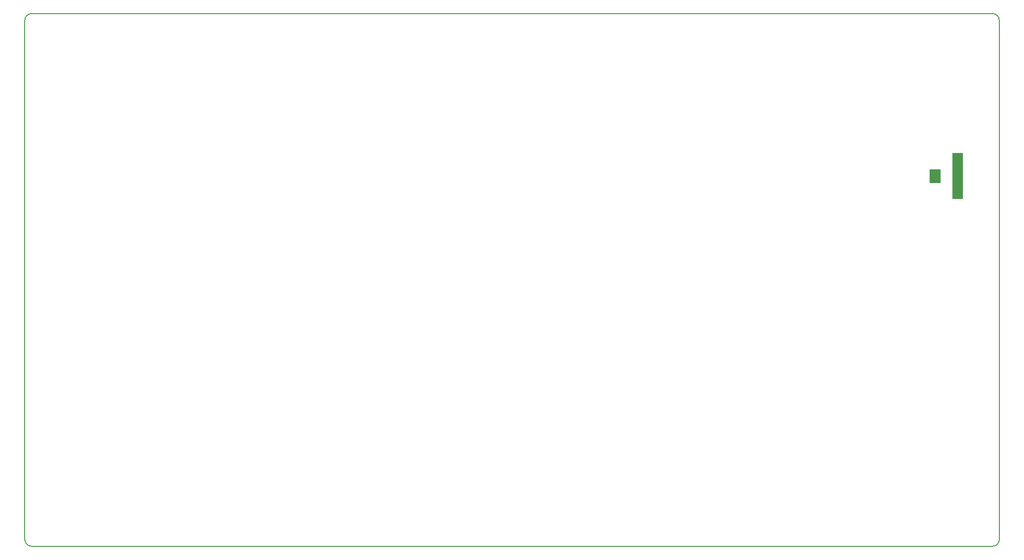
<source format=gko>
G04*
G04 #@! TF.GenerationSoftware,Altium Limited,Altium Designer,21.4.1 (30)*
G04*
G04 Layer_Color=16711935*
%FSLAX44Y44*%
%MOMM*%
G71*
G04*
G04 #@! TF.SameCoordinates,DE04AE30-6A1C-4D90-925E-84108EEAD676*
G04*
G04*
G04 #@! TF.FilePolarity,Positive*
G04*
G01*
G75*
%ADD13C,0.1500*%
G36*
X1700500Y675500D02*
X1680500D01*
Y700500D01*
X1700500D01*
Y675500D01*
D02*
G37*
G36*
X1742500Y646000D02*
X1722500D01*
Y731000D01*
X1742500D01*
Y646000D01*
D02*
G37*
D13*
X1809750Y977900D02*
G03*
X1797050Y990600I-12700J0D01*
G01*
X1809750Y977900D02*
G03*
X1797050Y990600I-12700J0D01*
G01*
X12700D02*
G03*
X0Y977900I0J-12700D01*
G01*
X12700Y990600D02*
G03*
X0Y977900I0J-12700D01*
G01*
X1797050Y0D02*
G03*
X1809750Y12700I0J12700D01*
G01*
X0D02*
G03*
X12700Y0I12700J0D01*
G01*
X1797050D02*
G03*
X1809750Y12700I0J12700D01*
G01*
X0D02*
G03*
X12700Y0I12700J0D01*
G01*
X1809750Y12700D02*
Y977900D01*
X12700Y990600D02*
X1797050D01*
X1809750Y12700D02*
Y977900D01*
X12700Y0D02*
X1797050D01*
X0Y12700D02*
Y977900D01*
X12700Y990600D02*
X1797050D01*
X12700Y0D02*
X1797050D01*
X0Y12700D02*
Y977900D01*
M02*

</source>
